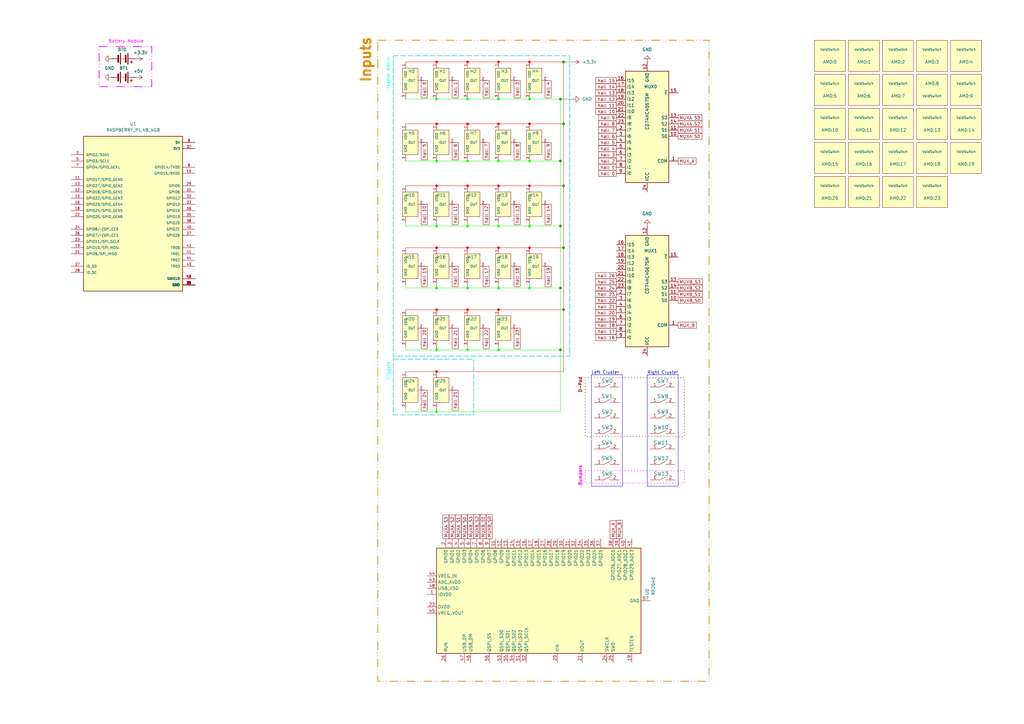
<source format=kicad_sch>
(kicad_sch (version 20230121) (generator eeschema)
  (paper "A3")
  (title_block (title "WaffleTron") (date "2023-08-30") (rev "0") (company "WaffleDemon Technologies"))
  (junction (at 217.17 101.6) (color 255 0 0 1))
  (junction (at 179.07 66.04) (color 0 255 0 1))
  (junction (at 217.17 25.4) (color 255 0 0 1))
  (junction (at 204.47 66.04) (color 0 255 0 1))
  (junction (at 204.47 101.6) (color 255 0 0 1))
  (junction (at 217.17 118.11) (color 0 255 0 1))
  (junction (at 179.07 76.2) (color 255 0 0 1))
  (junction (at 191.77 40.64) (color 0 255 0 1))
  (junction (at 179.07 152.4) (color 255 0 0 1))
  (junction (at 179.07 101.6) (color 255 0 0 1))
  (junction (at 204.47 50.8) (color 255 0 0 1))
  (junction (at 191.77 101.6) (color 255 0 0 1))
  (junction (at 231.14 101.6))
  (junction (at 204.47 118.11) (color 0 255 0 1))
  (junction (at 179.07 92.71) (color 0 255 0 1))
  (junction (at 231.14 127))
  (junction (at 179.07 168.91) (color 0 255 0 1))
  (junction (at 204.47 25.4) (color 255 0 0 1))
  (junction (at 179.07 127) (color 255 0 0 1))
  (junction (at 191.77 76.2) (color 255 0 0 1))
  (junction (at 204.47 92.71) (color 0 255 0 1))
  (junction (at 191.77 66.04) (color 0 255 0 1))
  (junction (at 217.17 66.04) (color 0 255 0 1))
  (junction (at 179.07 143.51) (color 0 255 0 1))
  (junction (at 179.07 25.4) (color 255 0 0 1))
  (junction (at 191.77 118.11) (color 0 255 0 1))
  (junction (at 191.77 50.8) (color 255 0 0 1))
  (junction (at 191.77 25.4) (color 255 0 0 1))
  (junction (at 217.17 40.64) (color 0 255 0 1))
  (junction (at 229.87 66.04))
  (junction (at 217.17 76.2) (color 255 0 0 1))
  (junction (at 231.14 25.4))
  (junction (at 204.47 143.51) (color 0 255 0 1))
  (junction (at 217.17 92.71) (color 0 255 0 1))
  (junction (at 179.07 40.64) (color 0 255 0 1))
  (junction (at 231.14 76.2))
  (junction (at 179.07 50.8) (color 255 0 0 1))
  (junction (at 179.07 118.11) (color 0 255 0 1))
  (junction (at 229.87 92.71))
  (junction (at 229.87 143.51))
  (junction (at 229.87 118.11))
  (junction (at 191.77 92.71) (color 0 255 0 1))
  (junction (at 204.47 76.2) (color 255 0 0 1))
  (junction (at 229.87 40.64))
  (junction (at 204.47 40.64) (color 0 255 0 1))
  (junction (at 191.77 143.51) (color 0 255 0 1))
  (junction (at 231.14 50.8))
  (junction (at 191.77 127) (color 255 0 0 1))
  (junction (at 217.17 50.8) (color 255 0 0 1))
  (junction (at 204.47 127) (color 255 0 0 1))
  (wire (pts (xy 229.87 118.11) (xy 229.87 143.51)) (stroke (width 0) (color 0 255 0 1)))
  (wire (pts (xy 204.47 40.64) (xy 217.17 40.64)) (stroke (width 0) (color 0 255 0 1)))
  (wire (pts (xy 179.07 92.71) (xy 179.07 91.44)))
  (wire (pts (xy 191.77 76.2) (xy 204.47 76.2)) (stroke (width 0) (color 255 0 0 1)))
  (wire (pts (xy 179.07 118.11) (xy 191.77 118.11)) (stroke (width 0) (color 0 255 0 1)))
  (wire (pts (xy 204.47 127) (xy 231.14 127)) (stroke (width 0) (color 255 0 0 1)))
  (wire (pts (xy 204.47 50.8) (xy 217.17 50.8)) (stroke (width 0) (color 255 0 0 1)))
  (wire (pts (xy 231.14 50.8) (xy 231.14 76.2)) (stroke (width 0) (color 255 0 0 1)))
  (wire (pts (xy 179.07 92.71) (xy 191.77 92.71)) (stroke (width 0) (color 0 255 0 1)))
  (wire (pts (xy 166.37 143.51) (xy 179.07 143.51)) (stroke (width 0) (color 0 255 0 1)))
  (wire (pts (xy 229.87 66.04) (xy 229.87 92.71)) (stroke (width 0) (color 0 255 0 1)))
  (wire (pts (xy 204.47 101.6) (xy 217.17 101.6)) (stroke (width 0) (color 255 0 0 1)))
  (wire (pts (xy 179.07 143.51) (xy 179.07 142.24)))
  (wire (pts (xy 217.17 118.11) (xy 229.87 118.11)) (stroke (width 0) (color 0 255 0 1)))
  (wire (pts (xy 179.07 118.11) (xy 179.07 116.84)) (stroke (width 0) (color 0 255 0 1)))
  (wire (pts (xy 191.77 92.71) (xy 191.77 91.44)))
  (wire (pts (xy 179.07 152.4) (xy 231.14 152.4)) (stroke (width 0) (color 255 0 0 1)))
  (wire (pts (xy 217.17 92.71) (xy 217.17 91.44)))
  (wire (pts (xy 166.37 66.04) (xy 179.07 66.04)) (stroke (width 0) (color 0 255 0 1)))
  (wire (pts (xy 166.37 92.71) (xy 179.07 92.71)) (stroke (width 0) (color 0 255 0 1)))
  (wire (pts (xy 191.77 127) (xy 204.47 127)) (stroke (width 0) (color 255 0 0 1)))
  (wire (pts (xy 217.17 40.64) (xy 229.87 40.64)) (stroke (width 0) (color 0 255 0 1)))
  (wire (pts (xy 191.77 118.11) (xy 204.47 118.11)) (stroke (width 0) (color 0 255 0 1)))
  (wire (pts (xy 204.47 118.11) (xy 217.17 118.11)) (stroke (width 0) (color 0 255 0 1)))
  (wire (pts (xy 166.37 168.91) (xy 179.07 168.91)) (stroke (width 0) (color 0 255 0 1)))
  (wire (pts (xy 179.07 76.2) (xy 191.77 76.2)) (stroke (width 0) (color 255 0 0 1)))
  (wire (pts (xy 191.77 66.04) (xy 204.47 66.04)) (stroke (width 0) (color 0 255 0 1)))
  (wire (pts (xy 217.17 76.2) (xy 231.14 76.2)) (stroke (width 0) (color 255 0 0 1)))
  (wire (pts (xy 166.37 50.8) (xy 179.07 50.8)) (stroke (width 0) (color 255 0 0 1)))
  (wire (pts (xy 191.77 50.8) (xy 204.47 50.8)) (stroke (width 0) (color 255 0 0 1)))
  (wire (pts (xy 166.37 143.51) (xy 166.37 142.24)) (stroke (width 0) (color 0 255 0 1)))
  (wire (pts (xy 166.37 92.71) (xy 166.37 91.44)) (stroke (width 0) (color 0 255 0 1)))
  (wire (pts (xy 179.07 168.91) (xy 179.07 167.64)) (stroke (width 0) (color 0 255 0 1)))
  (wire (pts (xy 179.07 92.71) (xy 179.07 91.44)) (stroke (width 0) (color 0 255 0 1)))
  (wire (pts (xy 166.37 152.4) (xy 179.07 152.4)) (stroke (width 0) (color 255 0 0 1)))
  (wire (pts (xy 231.14 101.6) (xy 231.14 127)) (stroke (width 0) (color 255 0 0 1)))
  (wire (pts (xy 179.07 168.91) (xy 179.07 167.64)))
  (wire (pts (xy 166.37 40.64) (xy 179.07 40.64)) (stroke (width 0) (color 0 255 0 1)))
  (wire (pts (xy 179.07 66.04) (xy 191.77 66.04)) (stroke (width 0) (color 0 255 0 1)))
  (wire (pts (xy 179.07 40.64) (xy 191.77 40.64)) (stroke (width 0) (color 0 255 0 1)))
  (wire (pts (xy 234.95 25.4) (xy 231.14 25.4)))
  (wire (pts (xy 217.17 92.71) (xy 229.87 92.71)) (stroke (width 0) (color 0 255 0 1)))
  (wire (pts (xy 191.77 143.51) (xy 191.77 142.24)))
  (wire (pts (xy 231.14 25.4) (xy 231.14 50.8)) (stroke (width 0) (color 255 0 0 1)))
  (wire (pts (xy 166.37 76.2) (xy 179.07 76.2)) (stroke (width 0) (color 255 0 0 1)))
  (wire (pts (xy 166.37 127) (xy 179.07 127)) (stroke (width 0) (color 255 0 0 1)))
  (wire (pts (xy 166.37 118.11) (xy 166.37 116.84)) (stroke (width 0) (color 0 255 0 1)))
  (wire (pts (xy 179.07 143.51) (xy 191.77 143.51)) (stroke (width 0) (color 0 255 0 1)))
  (wire (pts (xy 231.14 127) (xy 231.14 152.4)) (stroke (width 0) (color 255 0 0 1)))
  (wire (pts (xy 179.07 50.8) (xy 191.77 50.8)) (stroke (width 0) (color 255 0 0 1)))
  (wire (pts (xy 191.77 143.51) (xy 204.47 143.51)) (stroke (width 0) (color 0 255 0 1)))
  (wire (pts (xy 179.07 25.4) (xy 191.77 25.4)) (stroke (width 0) (color 255 0 0 1)))
  (wire (pts (xy 204.47 92.71) (xy 204.47 91.44)))
  (wire (pts (xy 179.07 143.51) (xy 179.07 142.24)) (stroke (width 0) (color 0 255 0 1)))
  (wire (pts (xy 179.07 118.11) (xy 179.07 116.84)))
  (wire (pts (xy 191.77 40.64) (xy 204.47 40.64)) (stroke (width 0) (color 0 255 0 1)))
  (wire (pts (xy 231.14 76.2) (xy 231.14 101.6)) (stroke (width 0) (color 255 0 0 1)))
  (wire (pts (xy 204.47 76.2) (xy 217.17 76.2)) (stroke (width 0) (color 255 0 0 1)))
  (wire (pts (xy 166.37 101.6) (xy 179.07 101.6)) (stroke (width 0) (color 255 0 0 1)))
  (wire (pts (xy 204.47 25.4) (xy 217.17 25.4)) (stroke (width 0) (color 255 0 0 1)))
  (wire (pts (xy 229.87 143.51) (xy 229.87 168.91)) (stroke (width 0) (color 0 255 0 1)))
  (wire (pts (xy 204.47 143.51) (xy 204.47 142.24)))
  (wire (pts (xy 191.77 25.4) (xy 204.47 25.4)) (stroke (width 0) (color 255 0 0 1)))
  (wire (pts (xy 166.37 25.4) (xy 179.07 25.4)) (stroke (width 0) (color 255 0 0 1)))
  (wire (pts (xy 191.77 92.71) (xy 204.47 92.71)) (stroke (width 0) (color 0 255 0 1)))
  (wire (pts (xy 217.17 118.11) (xy 217.17 116.84)))
  (wire (pts (xy 166.37 118.11) (xy 179.07 118.11)) (stroke (width 0) (color 0 255 0 1)))
  (wire (pts (xy 179.07 101.6) (xy 191.77 101.6)) (stroke (width 0) (color 255 0 0 1)))
  (wire (pts (xy 217.17 101.6) (xy 231.14 101.6)) (stroke (width 0) (color 255 0 0 1)))
  (wire (pts (xy 217.17 66.04) (xy 229.87 66.04)) (stroke (width 0) (color 0 255 0 1)))
  (wire (pts (xy 204.47 66.04) (xy 217.17 66.04)) (stroke (width 0) (color 0 255 0 1)))
  (wire (pts (xy 217.17 25.4) (xy 231.14 25.4)) (stroke (width 0) (color 255 0 0 1)))
  (wire (pts (xy 234.95 40.64) (xy 229.87 40.64)))
  (wire (pts (xy 217.17 50.8) (xy 231.14 50.8)) (stroke (width 0) (color 255 0 0 1)))
  (wire (pts (xy 229.87 92.71) (xy 229.87 118.11)) (stroke (width 0) (color 0 255 0 1)))
  (wire (pts (xy 166.37 168.91) (xy 166.37 167.64)) (stroke (width 0) (color 0 255 0 1)))
  (wire (pts (xy 191.77 118.11) (xy 191.77 116.84)))
  (wire (pts (xy 204.47 143.51) (xy 229.87 143.51)) (stroke (width 0) (color 0 255 0 1)))
  (wire (pts (xy 204.47 92.71) (xy 217.17 92.71)) (stroke (width 0) (color 0 255 0 1)))
  (wire (pts (xy 179.07 168.91) (xy 229.87 168.91)) (stroke (width 0) (color 0 255 0 1)))
  (wire (pts (xy 179.07 127) (xy 191.77 127)) (stroke (width 0) (color 255 0 0 1)))
  (wire (pts (xy 229.87 40.64) (xy 229.87 66.04)) (stroke (width 0) (color 0 255 0 1)))
  (wire (pts (xy 191.77 101.6) (xy 204.47 101.6)) (stroke (width 0) (color 255 0 0 1)))
  (wire (pts (xy 204.47 118.11) (xy 204.47 116.84)))
  (rectangle (start 161.29 147.32) (end 194.31 170.18) (stroke (width 0.2) (type dash) (color 0 194 194 1)))
  (rectangle (start 240.03 180.34) (end 280.67 191.77) (stroke (width 0.3) (type dot) (color 255 255 255 1)))
  (rectangle (start 154.94 16.51) (end 290.83 279.4) (stroke (width 0.3) (type dash_dot_dot) (color 221 133 0 1)))
  (rectangle (start 40.64 19.05) (end 62.23 35.56) (stroke (width 0.3) (type dash_dot_dot) (color 255 0 255 1)))
  (rectangle (start 265.43 153.67) (end 278.13 199.39))
  (rectangle (start 242.57 153.67) (end 255.27 199.39))
  (rectangle (start 161.29 22.86) (end 233.68 146.05) (stroke (width 0.2) (type dash) (color 0 194 194 1)))
  (rectangle (start 240.03 154.94) (end 280.67 179.07) (stroke (width 0.3) (type dot) (color 194 0 0 1)))
  (rectangle (start 240.03 193.04) (end 280.67 198.12) (stroke (width 0.3) (type dot) (color 255 0 255 1)))
  (text "Inputs" (at 152.4 34.29 90) (effects (font (size 4 4) (thickness 0.8) bold) (justify left bottom)))
  (text "D-Pad" (at 238.76 161.29 90) (effects (font (size 1.27 1.27) (thickness 0.254) bold) (justify left bottom)))
  (text "TeaHor Matrix" (at 160.02 36.83 90) (effects (font (size 1.27 1.27)) (justify left bottom)))
  (text "Right Cluster" (at 265.43 153.67 0) (effects (font (size 1.27 1.27)) (justify left bottom)))
  (text "Bumpers" (at 238.76 199.39 90) (effects (font (size 1.27 1.27) (thickness 0.254) bold) (justify left bottom)))
  (text "Left Cluster" (at 242.57 153.67 0) (effects (font (size 1.27 1.27)) (justify left bottom)))
  (text "Triggers\n" (at 160.02 156.21 90) (effects (font (size 1.27 1.27)) (justify left bottom)))
  (text "Menu" (at 238.76 185.42 90) (effects (font (size 1.27 1.27) (thickness 0.254) bold) (justify left bottom)))
  (text "Battery Module\n" (at 44.45 17.78 0) (effects (font (size 1.27 1.27)) (justify left bottom)))
  (global_label "hall 15" (shape passive) (at 252.73 33.02 180) (property "Intersheetrefs" "${INTERSHEET_REFS}" (effects hide)))
  (global_label "hall 3" (shape passive) (at 212.09 33.02 270) (property "Intersheetrefs" "${INTERSHEET_REFS}" (effects hide)))
  (global_label "hall 18" (shape passive) (at 252.73 133.35 180) (property "Intersheetrefs" "${INTERSHEET_REFS}" (effects hide)))
  (global_label "hall 14" (shape passive) (at 224.79 83.82 270) (property "Intersheetrefs" "${INTERSHEET_REFS}" (effects hide)))
  (global_label "hall 24" (shape passive) (at 252.73 118.11 180) (property "Intersheetrefs" "${INTERSHEET_REFS}" (effects hide)))
  (global_label "MUXB_S2" (shape passive) (at 278.13 118.11 0) (property "Intersheetrefs" "${INTERSHEET_REFS}" (effects hide)))
  (global_label "hall 0" (shape passive) (at 173.99 33.02 270) (property "Intersheetrefs" "${INTERSHEET_REFS}" (effects hide)))
  (global_label "hall 4" (shape passive) (at 224.79 33.02 270) (property "Intersheetrefs" "${INTERSHEET_REFS}" (effects hide)))
  (global_label "hall 21" (shape passive) (at 252.73 125.73 180) (property "Intersheetrefs" "${INTERSHEET_REFS}" (effects hide)))
  (global_label "hall 10" (shape passive) (at 252.73 45.72 180) (property "Intersheetrefs" "${INTERSHEET_REFS}" (effects hide)))
  (global_label "MUX_B" (shape passive) (at 254 220.98 90) (property "Intersheetrefs" "${INTERSHEET_REFS}" (effects hide)))
  (global_label "hall 0" (shape passive) (at 252.73 71.12 180) (property "Intersheetrefs" "${INTERSHEET_REFS}" (effects hide)))
  (global_label "hall 14" (shape passive) (at 252.73 35.56 180) (property "Intersheetrefs" "${INTERSHEET_REFS}" (effects hide)))
  (global_label "MUXB_S2" (shape passive) (at 195.58 220.98 90) (property "Intersheetrefs" "${INTERSHEET_REFS}" (effects hide)))
  (global_label "hall 22" (shape passive) (at 252.73 123.19 180) (property "Intersheetrefs" "${INTERSHEET_REFS}" (effects hide)))
  (global_label "hall 18" (shape passive) (at 212.09 109.22 270) (property "Intersheetrefs" "${INTERSHEET_REFS}" (effects hide)))
  (global_label "hall 16" (shape passive) (at 186.69 109.22 270) (property "Intersheetrefs" "${INTERSHEET_REFS}" (effects hide)))
  (global_label "hall 17" (shape passive) (at 199.39 109.22 270) (property "Intersheetrefs" "${INTERSHEET_REFS}" (effects hide)))
  (global_label "hall 8" (shape passive) (at 252.73 50.8 180) (property "Intersheetrefs" "${INTERSHEET_REFS}" (effects hide)))
  (global_label "MUXB_S3" (shape passive) (at 278.13 115.57 0) (property "Intersheetrefs" "${INTERSHEET_REFS}" (effects hide)))
  (global_label "MUXA S1" (shape passive) (at 187.96 220.98 90) (property "Intersheetrefs" "${INTERSHEET_REFS}" (effects hide)))
  (global_label "hall 26" (shape passive) (at 252.73 113.03 180) (property "Intersheetrefs" "${INTERSHEET_REFS}" (effects hide)))
  (global_label "MUXA S3" (shape passive) (at 182.88 220.98 90) (property "Intersheetrefs" "${INTERSHEET_REFS}" (effects hide)))
  (global_label "MUXB_S0" (shape passive) (at 278.13 123.19 0) (property "Intersheetrefs" "${INTERSHEET_REFS}" (effects hide)))
  (global_label "hall 6" (shape passive) (at 252.73 55.88 180) (property "Intersheetrefs" "${INTERSHEET_REFS}" (effects hide)))
  (global_label "hall 21" (shape passive) (at 186.69 134.62 270) (property "Intersheetrefs" "${INTERSHEET_REFS}" (effects hide)))
  (global_label "hall 20" (shape passive) (at 252.73 128.27 180) (property "Intersheetrefs" "${INTERSHEET_REFS}" (effects hide)))
  (global_label "hall 20" (shape passive) (at 173.99 134.62 270) (property "Intersheetrefs" "${INTERSHEET_REFS}" (effects hide)))
  (global_label "hall 17" (shape passive) (at 252.73 135.89 180) (property "Intersheetrefs" "${INTERSHEET_REFS}" (effects hide)))
  (global_label "hall 7" (shape passive) (at 252.73 53.34 180) (property "Intersheetrefs" "${INTERSHEET_REFS}" (effects hide)))
  (global_label "hall 19" (shape passive) (at 224.79 109.22 270) (property "Intersheetrefs" "${INTERSHEET_REFS}" (effects hide)))
  (global_label "hall 22" (shape passive) (at 199.39 134.62 270) (property "Intersheetrefs" "${INTERSHEET_REFS}" (effects hide)))
  (global_label "hall 23" (shape passive) (at 252.73 120.65 180) (property "Intersheetrefs" "${INTERSHEET_REFS}" (effects hide)))
  (global_label "MUXA S1" (shape passive) (at 278.13 53.34 0) (property "Intersheetrefs" "${INTERSHEET_REFS}" (effects hide)))
  (global_label "MUX_A" (shape passive) (at 278.13 66.04 0) (property "Intersheetrefs" "${INTERSHEET_REFS}" (effects hide)))
  (global_label "MUX_B" (shape passive) (at 278.13 133.35 0) (property "Intersheetrefs" "${INTERSHEET_REFS}" (effects hide)))
  (global_label "MUXB_S1" (shape passive) (at 198.12 220.98 90) (property "Intersheetrefs" "${INTERSHEET_REFS}" (effects hide)))
  (global_label "hall 23" (shape passive) (at 212.09 134.62 270) (property "Intersheetrefs" "${INTERSHEET_REFS}" (effects hide)))
  (global_label "MUXA S0" (shape passive) (at 190.5 220.98 90) (property "Intersheetrefs" "${INTERSHEET_REFS}" (effects hide)))
  (global_label "hall 5" (shape passive) (at 173.99 58.42 270) (property "Intersheetrefs" "${INTERSHEET_REFS}" (effects hide)))
  (global_label "MUXA S0" (shape passive) (at 278.13 55.88 0) (property "Intersheetrefs" "${INTERSHEET_REFS}" (effects hide)))
  (global_label "hall 8" (shape passive) (at 212.09 58.42 270) (property "Intersheetrefs" "${INTERSHEET_REFS}" (effects hide)))
  (global_label "hall 9" (shape passive) (at 252.73 48.26 180) (property "Intersheetrefs" "${INTERSHEET_REFS}" (effects hide)))
  (global_label "MUX_A" (shape passive) (at 251.46 220.98 90) (property "Intersheetrefs" "${INTERSHEET_REFS}" (effects hide)))
  (global_label "MUXB_S1" (shape passive) (at 278.13 120.65 0) (property "Intersheetrefs" "${INTERSHEET_REFS}" (effects hide)))
  (global_label "hall 1" (shape passive) (at 252.73 68.58 180) (property "Intersheetrefs" "${INTERSHEET_REFS}" (effects hide)))
  (global_label "hall 13" (shape passive) (at 252.73 38.1 180) (property "Intersheetrefs" "${INTERSHEET_REFS}" (effects hide)))
  (global_label "MUXA S3" (shape passive) (at 278.13 48.26 0) (property "Intersheetrefs" "${INTERSHEET_REFS}" (effects hide)))
  (global_label "hall 11" (shape passive) (at 186.69 83.82 270) (property "Intersheetrefs" "${INTERSHEET_REFS}" (effects hide)))
  (global_label "hall 13" (shape passive) (at 212.09 83.82 270) (property "Intersheetrefs" "${INTERSHEET_REFS}" (effects hide)))
  (global_label "MUXB_S3" (shape passive) (at 193.04 220.98 90) (property "Intersheetrefs" "${INTERSHEET_REFS}" (effects hide)))
  (global_label "hall 7" (shape passive) (at 199.39 58.42 270) (property "Intersheetrefs" "${INTERSHEET_REFS}" (effects hide)))
  (global_label "MUXA S2" (shape passive) (at 185.42 220.98 90) (property "Intersheetrefs" "${INTERSHEET_REFS}" (effects hide)))
  (global_label "MUXB_S0" (shape passive) (at 200.66 220.98 90) (property "Intersheetrefs" "${INTERSHEET_REFS}" (effects hide)))
  (global_label "hall 2" (shape passive) (at 199.39 33.02 270) (property "Intersheetrefs" "${INTERSHEET_REFS}" (effects hide)))
  (global_label "hall 4" (shape passive) (at 252.73 60.96 180) (property "Intersheetrefs" "${INTERSHEET_REFS}" (effects hide)))
  (global_label "hall 16" (shape passive) (at 252.73 138.43 180) (property "Intersheetrefs" "${INTERSHEET_REFS}" (effects hide)))
  (global_label "hall 3" (shape passive) (at 252.73 63.5 180) (property "Intersheetrefs" "${INTERSHEET_REFS}" (effects hide)))
  (global_label "hall 25" (shape passive) (at 186.69 160.02 270) (property "Intersheetrefs" "${INTERSHEET_REFS}" (effects hide)))
  (global_label "hall 25" (shape passive) (at 252.73 115.57 180) (property "Intersheetrefs" "${INTERSHEET_REFS}" (effects hide)))
  (global_label "hall 2" (shape passive) (at 252.73 66.04 180) (property "Intersheetrefs" "${INTERSHEET_REFS}" (effects hide)))
  (global_label "MUXA S2" (shape passive) (at 278.13 50.8 0) (property "Intersheetrefs" "${INTERSHEET_REFS}" (effects hide)))
  (global_label "hall 5" (shape passive) (at 252.73 58.42 180) (property "Intersheetrefs" "${INTERSHEET_REFS}" (effects hide)))
  (global_label "hall 24" (shape passive) (at 173.99 160.02 270) (property "Intersheetrefs" "${INTERSHEET_REFS}" (effects hide)))
  (global_label "hall 12" (shape passive) (at 199.39 83.82 270) (property "Intersheetrefs" "${INTERSHEET_REFS}" (effects hide)))
  (global_label "hall 19" (shape passive) (at 252.73 130.81 180) (property "Intersheetrefs" "${INTERSHEET_REFS}" (effects hide)))
  (global_label "hall 15" (shape passive) (at 173.99 109.22 270) (property "Intersheetrefs" "${INTERSHEET_REFS}" (effects hide)))
  (global_label "hall 11" (shape passive) (at 252.73 43.18 180) (property "Intersheetrefs" "${INTERSHEET_REFS}" (effects hide)))
  (global_label "hall 10" (shape passive) (at 173.99 83.82 270) (property "Intersheetrefs" "${INTERSHEET_REFS}" (effects hide)))
  (global_label "hall 12" (shape passive) (at 252.73 40.64 180) (property "Intersheetrefs" "${INTERSHEET_REFS}" (effects hide)))
  (global_label "hall 9" (shape passive) (at 224.79 58.42 270) (property "Intersheetrefs" "${INTERSHEET_REFS}" (effects hide)))
  (global_label "hall 1" (shape passive) (at 186.69 33.02 270) (property "Intersheetrefs" "${INTERSHEET_REFS}" (effects hide)))
  (global_label "hall 6" (shape passive) (at 186.69 58.42 270) (property "Intersheetrefs" "${INTERSHEET_REFS}" (effects hide)))
  (symbol (lib_id "49e:Hall_Sensor") (at 181.61 33.02 0) (unit 1)
    (property "Reference" "H1" (at 182.88 29.21 0) (effects (justify right)))
    (property "Value" "Hall_Sensor" (effects hide))
    (property "Footprint" "Package_TO_SOT_SMD:SOT-23" (effects hide))
    (property "LCSC Part" "C266230" (effects hide))
    (property "MPN" "GH39FKSW" (effects hide))
    (property "Notes" "Alternate part: OH49E-S (C85573)" (effects hide))
  )
  (symbol (lib_id "49e:Hall_Sensor") (at 219.71 83.82 0) (unit 1)
    (property "Reference" "H14" (at 220.98 80.01 0) (effects (justify right)))
    (property "Value" "Hall_Sensor" (effects hide))
    (property "Footprint" "Package_TO_SOT_SMD:SOT-23" (effects hide))
    (property "LCSC Part" "C266230" (effects hide))
    (property "MPN" "GH39FKSW" (effects hide))
    (property "Notes" "Alternate part: OH49E-S (C85573)" (effects hide))
  )
  (symbol (lib_id "voidswitch:VoidSwitch") (at 368.3 22.86 0) (unit 1) (in_bom no)
    (property "Reference" "AM0:2" (at 368.3 25.4 0))
    (property "Value" "VoidSwitch" (at 368.3 20.32 0) (effects (font (size 0.9906 0.9906))))
    (property "Footprint" "void_switch:VoidSwitch_1u_SMD" (effects hide))
    (property "NOTE" "Replace \"AM0:0\" with the actual MUX pin" (effects hide))
  )
  (symbol (lib_id "49e:Hall_Sensor") (at 219.71 33.02 0) (unit 1)
    (property "Reference" "H4" (at 220.98 29.21 0) (effects (justify right)))
    (property "Value" "Hall_Sensor" (effects hide))
    (property "Footprint" "Package_TO_SOT_SMD:SOT-23" (effects hide))
    (property "LCSC Part" "C266230" (effects hide))
    (property "MPN" "GH39FKSW" (effects hide))
    (property "Notes" "Alternate part: OH49E-S (C85573)" (effects hide))
  )
  (symbol (lib_id "49e:Hall_Sensor") (at 181.61 134.62 0) (unit 1)
    (property "Reference" "H21" (at 182.88 130.81 0) (effects (justify right)))
    (property "Value" "Hall_Sensor" (effects hide))
    (property "Footprint" "Package_TO_SOT_SMD:SOT-23" (effects hide))
    (property "LCSC Part" "C266230" (effects hide))
    (property "MPN" "GH39FKSW" (effects hide))
    (property "Notes" "Alternate part: OH49E-S (C85573)" (effects hide))
  )
  (symbol (lib_id "voidswitch:VoidSwitch") (at 396.24 64.77 0) (unit 1) (in_bom no)
    (property "Reference" "AM0:19" (at 396.24 67.31 0))
    (property "Value" "VoidSwitch" (at 396.24 62.23 0) (effects (font (size 0.9906 0.9906))))
    (property "Footprint" "void_switch:VoidSwitch_1u_SMD" (effects hide))
    (property "NOTE" "Replace \"AM0:0\" with the actual MUX pin" (effects hide))
  )
  (symbol (lib_id "sw_withled:SWITCH") (at 248.92 177.8 0) (unit 1)
    (property "Reference" "SW3" (at 251.46 175.26 0) (effects (font (size 1.524 1.524)) (justify right)))
    (property "Value" "SWITCH" (effects hide))
  )
  (symbol (lib_id "sw_withled:SWITCH") (at 271.78 190.5 0) (unit 1)
    (property "Reference" "SW12" (at 274.32 187.96 0) (effects (font (size 1.524 1.524)) (justify right)))
    (property "Value" "SWITCH" (effects hide))
  )
  (symbol (lib_id "voidswitch:VoidSwitch") (at 382.27 36.83 180) (unit 1) (in_bom no)
    (property "Reference" "AM0:8" (at 382.27 34.29 0))
    (property "Value" "VoidSwitch" (at 382.27 39.37 0) (effects (font (size 0.9906 0.9906))))
    (property "Footprint" "void_switch:VoidSwitch_1u_SMD" (effects hide))
    (property "NOTE" "Replace \"AM0:0\" with the actual MUX pin" (effects hide))
  )
  (symbol (lib_id "Device:Battery") (at 50.8 31.75 270) (unit 1)
    (property "Reference" "BT1" (at 50.8 27.94 90))
    (property "Value" "Battery" (effects hide))
  )
  (symbol (lib_id "74xx:CD74HC4067SM") (at 265.43 53.34 180) (unit 1)
    (property "Reference" "MUX0" (at 264.16 35.56 0) (effects (justify right)))
    (property "Value" "CD74HC4067SM" (at 265.43 53.34 90) (effects (justify right)))
    (property "Footprint" "Package_SO:SSOP-24_5.3x8.2mm_P0.65mm" (effects hide))
    (property "Datasheet" "http://www.ti.com/lit/ds/symlink/cd74hc4067.pdf" (effects hide))
  )
  (symbol (lib_id "sw_withled:SWITCH") (at 248.92 190.5 0) (unit 1)
    (property "Reference" "SW5" (at 251.46 187.96 0) (effects (font (size 1.524 1.524)) (justify right)))
    (property "Value" "SWITCH" (effects hide))
  )
  (symbol (lib_id "power:GND") (at 265.43 92.71 180) (unit 1)
    (property "Reference" "#PWR03" (effects hide))
    (property "Value" "GND" (at 265.43 87.63 0))
  )
  (symbol (lib_id "sw_withled:SWITCH") (at 248.92 165.1 0) (unit 1)
    (property "Reference" "SW1" (at 251.46 162.56 0) (effects (font (size 1.524 1.524)) (justify right)))
    (property "Value" "SWITCH" (effects hide))
  )
  (symbol (lib_id "power:GND") (at 45.72 31.75 270) (unit 1)
    (property "Reference" "#PWR07" (effects hide))
    (property "Value" "GND" (effects hide))
  )
  (symbol (lib_id "voidswitch:VoidSwitch") (at 382.27 22.86 0) (unit 1) (in_bom no)
    (property "Reference" "AM0:3" (at 382.27 25.4 0))
    (property "Value" "VoidSwitch" (at 382.27 20.32 0) (effects (font (size 0.9906 0.9906))))
    (property "Footprint" "void_switch:VoidSwitch_1u_SMD" (effects hide))
    (property "NOTE" "Replace \"AM0:0\" with the actual MUX pin" (effects hide))
  )
  (symbol (lib_id "74xx:CD74HC4067SM") (at 265.43 120.65 180) (unit 1)
    (property "Reference" "MUX1" (at 264.16 102.87 0) (effects (justify right)))
    (property "Value" "CD74HC4067SM" (at 265.43 120.65 90) (effects (justify right)))
    (property "Footprint" "Package_SO:SSOP-24_5.3x8.2mm_P0.65mm" (effects hide))
    (property "Datasheet" "http://www.ti.com/lit/ds/symlink/cd74hc4067.pdf" (effects hide))
  )
  (symbol (lib_id "49e:Hall_Sensor") (at 207.01 58.42 0) (unit 1)
    (property "Reference" "H8" (at 208.28 54.61 0) (effects (justify right)))
    (property "Value" "Hall_Sensor" (effects hide))
    (property "Footprint" "Package_TO_SOT_SMD:SOT-23" (effects hide))
    (property "LCSC Part" "C266230" (effects hide))
    (property "MPN" "GH39FKSW" (effects hide))
    (property "Notes" "Alternate part: OH49E-S (C85573)" (effects hide))
  )
  (symbol (lib_id "voidswitch:VoidSwitch") (at 368.3 36.83 0) (unit 1) (in_bom no)
    (property "Reference" "AM0:7" (at 368.3 39.37 0))
    (property "Value" "VoidSwitch" (at 368.3 34.29 0) (effects (font (size 0.9906 0.9906))))
    (property "Footprint" "void_switch:VoidSwitch_1u_SMD" (effects hide))
    (property "NOTE" "Replace \"AM0:0\" with the actual MUX pin" (effects hide))
  )
  (symbol (lib_id "voidswitch:VoidSwitch") (at 368.3 50.8 0) (unit 1) (in_bom no)
    (property "Reference" "AM0:12" (at 368.3 53.34 0))
    (property "Value" "VoidSwitch" (at 368.3 48.26 0) (effects (font (size 0.9906 0.9906))))
    (property "Footprint" "void_switch:VoidSwitch_1u_SMD" (effects hide))
    (property "NOTE" "Replace \"AM0:0\" with the actual MUX pin" (effects hide))
  )
  (symbol (lib_id "sw_withled:SWITCH") (at 248.92 196.85 0) (unit 1)
    (property "Reference" "SW6" (at 251.46 194.31 0) (effects (font (size 1.524 1.524)) (justify right)))
    (property "Value" "SWITCH" (effects hide))
  )
  (symbol (lib_id "power:GND") (at 234.95 40.64 90) (unit 1)
    (property "Reference" "#PWR01" (effects hide))
    (property "Value" "GND" (at 238.76 40.64 90) (effects (justify right)))
  )
  (symbol (lib_id "49e:Hall_Sensor") (at 219.71 58.42 0) (unit 1)
    (property "Reference" "H9" (at 220.98 54.61 0) (effects (justify right)))
    (property "Value" "Hall_Sensor" (effects hide))
    (property "Footprint" "Package_TO_SOT_SMD:SOT-23" (effects hide))
    (property "LCSC Part" "C266230" (effects hide))
    (property "MPN" "GH39FKSW" (effects hide))
    (property "Notes" "Alternate part: OH49E-S (C85573)" (effects hide))
  )
  (symbol (lib_id "sw_withled:SWITCH") (at 271.78 158.75 0) (unit 1)
    (property "Reference" "SW7" (at 274.32 156.21 0) (effects (font (size 1.524 1.524)) (justify right)))
    (property "Value" "SWITCH" (effects hide))
  )
  (symbol (lib_id "49e:Hall_Sensor") (at 207.01 134.62 0) (unit 1)
    (property "Reference" "H23" (at 208.28 130.81 0) (effects (justify right)))
    (property "Value" "Hall_Sensor" (effects hide))
    (property "Footprint" "Package_TO_SOT_SMD:SOT-23" (effects hide))
    (property "LCSC Part" "C266230" (effects hide))
    (property "MPN" "GH39FKSW" (effects hide))
    (property "Notes" "Alternate part: OH49E-S (C85573)" (effects hide))
  )
  (symbol (lib_id "voidswitch:VoidSwitch") (at 382.27 50.8 0) (unit 1) (in_bom no)
    (property "Reference" "AM0:13" (at 382.27 53.34 0))
    (property "Value" "VoidSwitch" (at 382.27 48.26 0) (effects (font (size 0.9906 0.9906))))
    (property "Footprint" "void_switch:VoidSwitch_1u_SMD" (effects hide))
    (property "NOTE" "Replace \"AM0:0\" with the actual MUX pin" (effects hide))
  )
  (symbol (lib_id "power:+5V") (at 55.88 31.75 270) (unit 1)
    (property "Reference" "#PWR05" (effects hide))
    (property "Value" "+5V" (at 54.61 29.21 90) (effects (justify left)))
  )
  (symbol (lib_id "49e:Hall_Sensor") (at 207.01 109.22 0) (unit 1)
    (property "Reference" "H18" (at 208.28 105.41 0) (effects (justify right)))
    (property "Value" "Hall_Sensor" (effects hide))
    (property "Footprint" "Package_TO_SOT_SMD:SOT-23" (effects hide))
    (property "LCSC Part" "C266230" (effects hide))
    (property "MPN" "GH39FKSW" (effects hide))
    (property "Notes" "Alternate part: OH49E-S (C85573)" (effects hide))
  )
  (symbol (lib_id "voidswitch:VoidSwitch") (at 340.36 50.8 0) (unit 1) (in_bom no)
    (property "Reference" "AM0:10" (at 340.36 53.34 0))
    (property "Value" "VoidSwitch" (at 340.36 48.26 0) (effects (font (size 0.9906 0.9906))))
    (property "Footprint" "void_switch:VoidSwitch_1u_SMD" (effects hide))
    (property "NOTE" "Replace \"AM0:0\" with the actual MUX pin" (effects hide))
  )
  (symbol (lib_id "voidswitch:VoidSwitch") (at 354.33 22.86 0) (unit 1) (in_bom no)
    (property "Reference" "AM0:1" (at 354.33 25.4 0))
    (property "Value" "VoidSwitch" (at 354.33 20.32 0) (effects (font (size 0.9906 0.9906))))
    (property "Footprint" "void_switch:VoidSwitch_1u_SMD" (effects hide))
    (property "NOTE" "Replace \"AM0:0\" with the actual MUX pin" (effects hide))
  )
  (symbol (lib_id "power:+3.3V") (at 55.88 24.13 270) (unit 1)
    (property "Reference" "#PWR04" (effects hide))
    (property "Value" "+3.3V" (at 54.61 21.59 90) (effects (justify left)))
  )
  (symbol (lib_id "49e:Hall_Sensor") (at 207.01 33.02 0) (unit 1)
    (property "Reference" "H3" (at 208.28 29.21 0) (effects (justify right)))
    (property "Value" "Hall_Sensor" (effects hide))
    (property "Footprint" "Package_TO_SOT_SMD:SOT-23" (effects hide))
    (property "LCSC Part" "C266230" (effects hide))
    (property "MPN" "GH39FKSW" (effects hide))
    (property "Notes" "Alternate part: OH49E-S (C85573)" (effects hide))
  )
  (symbol (lib_id "voidswitch:VoidSwitch") (at 340.36 64.77 0) (unit 1) (in_bom no)
    (property "Reference" "AM0:15" (at 340.36 67.31 0))
    (property "Value" "VoidSwitch" (at 340.36 62.23 0) (effects (font (size 0.9906 0.9906))))
    (property "Footprint" "void_switch:VoidSwitch_1u_SMD" (effects hide))
    (property "NOTE" "Replace \"AM0:0\" with the actual MUX pin" (effects hide))
  )
  (symbol (lib_id "voidswitch:VoidSwitch") (at 354.33 78.74 0) (unit 1) (in_bom no)
    (property "Reference" "AM0:21" (at 354.33 81.28 0))
    (property "Value" "VoidSwitch" (at 354.33 76.2 0) (effects (font (size 0.9906 0.9906))))
    (property "Footprint" "void_switch:VoidSwitch_1u_SMD" (effects hide))
    (property "NOTE" "Replace \"AM0:0\" with the actual MUX pin" (effects hide))
  )
  (symbol (lib_id "voidswitch:VoidSwitch") (at 382.27 64.77 0) (unit 1) (in_bom no)
    (property "Reference" "AM0:18" (at 382.27 67.31 0))
    (property "Value" "VoidSwitch" (at 382.27 62.23 0) (effects (font (size 0.9906 0.9906))))
    (property "Footprint" "void_switch:VoidSwitch_1u_SMD" (effects hide))
    (property "NOTE" "Replace \"AM0:0\" with the actual MUX pin" (effects hide))
  )
  (symbol (lib_id "voidswitch:VoidSwitch") (at 340.36 22.86 0) (unit 1) (in_bom no)
    (property "Reference" "AM0:0" (at 340.36 25.4 0))
    (property "Value" "VoidSwitch" (at 340.36 20.32 0) (effects (font (size 0.9906 0.9906))))
    (property "Footprint" "void_switch:VoidSwitch_1u_SMD" (effects hide))
    (property "NOTE" "Replace \"AM0:0\" with the actual MUX pin" (effects hide))
  )
  (symbol (lib_id "voidswitch:VoidSwitch") (at 354.33 50.8 0) (unit 1) (in_bom no)
    (property "Reference" "AM0:11" (at 354.33 53.34 0))
    (property "Value" "VoidSwitch" (at 354.33 48.26 0) (effects (font (size 0.9906 0.9906))))
    (property "Footprint" "void_switch:VoidSwitch_1u_SMD" (effects hide))
    (property "NOTE" "Replace \"AM0:0\" with the actual MUX pin" (effects hide))
  )
  (symbol (lib_id "sw_withled:SWITCH") (at 271.78 177.8 0) (unit 1)
    (property "Reference" "SW10" (at 274.32 175.26 0) (effects (font (size 1.524 1.524)) (justify right)))
    (property "Value" "SWITCH" (effects hide))
  )
  (symbol (lib_id "49e:Hall_Sensor") (at 194.31 33.02 0) (unit 1)
    (property "Reference" "H2" (at 195.58 29.21 0) (effects (justify right)))
    (property "Value" "Hall_Sensor" (effects hide))
    (property "Footprint" "Package_TO_SOT_SMD:SOT-23" (effects hide))
    (property "LCSC Part" "C266230" (effects hide))
    (property "MPN" "GH39FKSW" (effects hide))
    (property "Notes" "Alternate part: OH49E-S (C85573)" (effects hide))
  )
  (symbol (lib_id "voidswitch:VoidSwitch") (at 340.36 36.83 0) (unit 1) (in_bom no)
    (property "Reference" "AM0:5" (at 340.36 39.37 0))
    (property "Value" "VoidSwitch" (at 340.36 34.29 0) (effects (font (size 0.9906 0.9906))))
    (property "Footprint" "void_switch:VoidSwitch_1u_SMD" (effects hide))
    (property "NOTE" "Replace \"AM0:0\" with the actual MUX pin" (effects hide))
  )
  (symbol (lib_id "49e:Hall_Sensor") (at 168.91 109.22 0) (unit 1)
    (property "Reference" "H15" (at 170.18 105.41 0) (effects (justify right)))
    (property "Value" "Hall_Sensor" (effects hide))
    (property "Footprint" "Package_TO_SOT_SMD:SOT-23" (effects hide))
    (property "LCSC Part" "C266230" (effects hide))
    (property "MPN" "GH39FKSW" (effects hide))
    (property "Notes" "Alternate part: OH49E-S (C85573)" (effects hide))
  )
  (symbol (lib_id "voidswitch:VoidSwitch") (at 354.33 64.77 0) (unit 1) (in_bom no)
    (property "Reference" "AM0:16" (at 354.33 67.31 0))
    (property "Value" "VoidSwitch" (at 354.33 62.23 0) (effects (font (size 0.9906 0.9906))))
    (property "Footprint" "void_switch:VoidSwitch_1u_SMD" (effects hide))
    (property "NOTE" "Replace \"AM0:0\" with the actual MUX pin" (effects hide))
  )
  (symbol (lib_id "49e:Hall_Sensor") (at 194.31 134.62 0) (unit 1)
    (property "Reference" "H22" (at 195.58 130.81 0) (effects (justify right)))
    (property "Value" "Hall_Sensor" (effects hide))
    (property "Footprint" "Package_TO_SOT_SMD:SOT-23" (effects hide))
    (property "LCSC Part" "C266230" (effects hide))
    (property "MPN" "GH39FKSW" (effects hide))
    (property "Notes" "Alternate part: OH49E-S (C85573)" (effects hide))
  )
  (symbol (lib_id "voidswitch:VoidSwitch") (at 396.24 50.8 0) (unit 1) (in_bom no)
    (property "Reference" "AM0:14" (at 396.24 53.34 0))
    (property "Value" "VoidSwitch" (at 396.24 48.26 0) (effects (font (size 0.9906 0.9906))))
    (property "Footprint" "void_switch:VoidSwitch_1u_SMD" (effects hide))
    (property "NOTE" "Replace \"AM0:0\" with the actual MUX pin" (effects hide))
  )
  (symbol (lib_id "Device:Battery") (at 50.8 24.13 270) (unit 1)
    (property "Reference" "BT0" (at 48.26 20.32 90) (effects (justify left)))
    (property "Value" "Battery" (effects hide))
  )
  (symbol (lib_id "RASPBERRY_PI_4B_4GB:RASPBERRY_PI_4B_4GB") (at 54.61 88.9 0) (unit 1)
    (property "Reference" "U1" (at 54.61 50.8 0))
    (property "Value" "RASPBERRY_PI_4B_4GB" (at 54.61 53.34 0))
    (property "Footprint" "RASPBERRY_PI_4B_4GB:MODULE_RASPBERRY_PI_4B_4GB" (effects hide))
    (property "MF" "Raspberry Pi" (effects hide))
    (property "MAXIMUM_PACKAGE_HEIGHT" "16 mm" (effects hide))
    (property "Package" "None" (effects hide))
    (property "Price" "None" (effects hide))
    (property "Check_prices" "https://www.snapeda.com/parts/RASPBERRY%20PI%204B/4GB/Raspberry+Pi/view-part/?ref=eda" (effects hide))
    (property "STANDARD" "Manufacturer Recommendations" (effects hide))
    (property "PARTREV" "4" (effects hide))
    (property "SnapEDA_Link" "https://www.snapeda.com/parts/RASPBERRY%20PI%204B/4GB/Raspberry+Pi/view-part/?ref=snap" (effects hide))
    (property "MP" "RASPBERRY PI 4B/4GB" (effects hide))
    (property "Description" "\nBCM2711 Raspberry Pi 4 Model B 4GB - ARM® Cortex®-A72 MPU Embedded Evaluation Board\n" (effects hide))
    (property "MANUFACTURER" "Raspberry Pi" (effects hide))
    (property "Availability" "Not in stock" (effects hide))
    (property "SNAPEDA_PN" "RASPBERRY PI 4B/4GB" (effects hide))
  )
  (symbol (lib_id "49e:Hall_Sensor") (at 168.91 134.62 0) (unit 1)
    (property "Reference" "H20" (at 170.18 130.81 0) (effects (justify right)))
    (property "Value" "Hall_Sensor" (effects hide))
    (property "Footprint" "Package_TO_SOT_SMD:SOT-23" (effects hide))
    (property "LCSC Part" "C266230" (effects hide))
    (property "MPN" "GH39FKSW" (effects hide))
    (property "Notes" "Alternate part: OH49E-S (C85573)" (effects hide))
  )
  (symbol (lib_id "49e:Hall_Sensor") (at 168.91 58.42 0) (unit 1)
    (property "Reference" "H5" (at 170.18 54.61 0) (effects (justify right)))
    (property "Value" "Hall_Sensor" (effects hide))
    (property "Footprint" "Package_TO_SOT_SMD:SOT-23" (effects hide))
    (property "LCSC Part" "C266230" (effects hide))
    (property "MPN" "GH39FKSW" (effects hide))
    (property "Notes" "Alternate part: OH49E-S (C85573)" (effects hide))
  )
  (symbol (lib_id "voidswitch:VoidSwitch") (at 354.33 36.83 0) (unit 1) (in_bom no)
    (property "Reference" "AM0:6" (at 354.33 39.37 0))
    (property "Value" "VoidSwitch" (at 354.33 34.29 0) (effects (font (size 0.9906 0.9906))))
    (property "Footprint" "void_switch:VoidSwitch_1u_SMD" (effects hide))
    (property "NOTE" "Replace \"AM0:0\" with the actual MUX pin" (effects hide))
  )
  (symbol (lib_id "49e:Hall_Sensor") (at 181.61 160.02 0) (unit 1)
    (property "Reference" "H25" (at 182.88 156.21 0) (effects (justify right)))
    (property "Value" "Hall_Sensor" (effects hide))
    (property "Footprint" "Package_TO_SOT_SMD:SOT-23" (effects hide))
    (property "LCSC Part" "C266230" (effects hide))
    (property "MPN" "GH39FKSW" (effects hide))
    (property "Notes" "Alternate part: OH49E-S (C85573)" (effects hide))
  )
  (symbol (lib_id "voidswitch:VoidSwitch") (at 340.36 78.74 0) (unit 1) (in_bom no)
    (property "Reference" "AM0:20" (at 340.36 81.28 0))
    (property "Value" "VoidSwitch" (at 340.36 76.2 0) (effects (font (size 0.9906 0.9906))))
    (property "Footprint" "void_switch:VoidSwitch_1u_SMD" (effects hide))
    (property "NOTE" "Replace \"AM0:0\" with the actual MUX pin" (effects hide))
  )
  (symbol (lib_id "49e:Hall_Sensor") (at 181.61 109.22 0) (unit 1)
    (property "Reference" "H16" (at 182.88 105.41 0) (effects (justify right)))
    (property "Value" "Hall_Sensor" (effects hide))
    (property "Footprint" "Package_TO_SOT_SMD:SOT-23" (effects hide))
    (property "LCSC Part" "C266230" (effects hide))
    (property "MPN" "GH39FKSW" (effects hide))
    (property "Notes" "Alternate part: OH49E-S (C85573)" (effects hide))
  )
  (symbol (lib_id "voidswitch:VoidSwitch") (at 368.3 78.74 0) (unit 1) (in_bom no)
    (property "Reference" "AM0:22" (at 368.3 81.28 0))
    (property "Value" "VoidSwitch" (at 368.3 76.2 0) (effects (font (size 0.9906 0.9906))))
    (property "Footprint" "void_switch:VoidSwitch_1u_SMD" (effects hide))
    (property "NOTE" "Replace \"AM0:0\" with the actual MUX pin" (effects hide))
  )
  (symbol (lib_id "49e:Hall_Sensor") (at 168.91 33.02 0) (unit 1)
    (property "Reference" "H0" (at 170.18 29.21 0) (effects (justify right)))
    (property "Value" "Hall_Sensor" (effects hide))
    (property "Footprint" "Package_TO_SOT_SMD:SOT-23" (effects hide))
    (property "LCSC Part" "C266230" (effects hide))
    (property "MPN" "GH39FKSW" (effects hide))
    (property "Notes" "Alternate part: OH49E-S (C85573)" (effects hide))
  )
  (symbol (lib_id "49e:Hall_Sensor") (at 168.91 83.82 0) (unit 1)
    (property "Reference" "H10" (at 170.18 80.01 0) (effects (justify right)))
    (property "Value" "Hall_Sensor" (effects hide))
    (property "Footprint" "Package_TO_SOT_SMD:SOT-23" (effects hide))
    (property "LCSC Part" "C266230" (effects hide))
    (property "MPN" "GH39FKSW" (effects hide))
    (property "Notes" "Alternate part: OH49E-S (C85573)" (effects hide))
  )
  (symbol (lib_id "49e:Hall_Sensor") (at 194.31 109.22 0) (unit 1)
    (property "Reference" "H17" (at 195.58 105.41 0) (effects (justify right)))
    (property "Value" "Hall_Sensor" (effects hide))
    (property "Footprint" "Package_TO_SOT_SMD:SOT-23" (effects hide))
    (property "LCSC Part" "C266230" (effects hide))
    (property "MPN" "GH39FKSW" (effects hide))
    (property "Notes" "Alternate part: OH49E-S (C85573)" (effects hide))
  )
  (symbol (lib_id "sw_withled:SWITCH") (at 271.78 165.1 0) (unit 1)
    (property "Reference" "SW8" (at 274.32 162.56 0) (effects (font (size 1.524 1.524)) (justify right)))
    (property "Value" "SWITCH" (effects hide))
  )
  (symbol (lib_id "power:+3.3V") (at 234.95 25.4 270) (unit 1)
    (property "Reference" "#PWR00" (effects hide))
    (property "Value" "+3.3V" (at 238.76 25.4 90) (effects (justify left)))
  )
  (symbol (lib_id "voidswitch:VoidSwitch") (at 396.24 36.83 0) (unit 1) (in_bom no)
    (property "Reference" "AM0:9" (at 396.24 39.37 0))
    (property "Value" "VoidSwitch" (at 396.24 34.29 0) (effects (font (size 0.9906 0.9906))))
    (property "Footprint" "void_switch:VoidSwitch_1u_SMD" (effects hide))
    (property "NOTE" "Replace \"AM0:0\" with the actual MUX pin" (effects hide))
  )
  (symbol (lib_id "49e:Hall_Sensor") (at 194.31 58.42 0) (unit 1)
    (property "Reference" "H7" (at 195.58 54.61 0) (effects (justify right)))
    (property "Value" "Hall_Sensor" (effects hide))
    (property "Footprint" "Package_TO_SOT_SMD:SOT-23" (effects hide))
    (property "LCSC Part" "C266230" (effects hide))
    (property "MPN" "GH39FKSW" (effects hide))
    (property "Notes" "Alternate part: OH49E-S (C85573)" (effects hide))
  )
  (symbol (lib_id "sw_withled:SWITCH") (at 271.78 196.85 0) (unit 1)
    (property "Reference" "SW13" (at 274.32 194.31 0) (effects (font (size 1.524 1.524)) (justify right)))
    (property "Value" "SWITCH" (effects hide))
  )
  (symbol (lib_id "49e:Hall_Sensor") (at 207.01 83.82 0) (unit 1)
    (property "Reference" "H13" (at 208.28 80.01 0) (effects (justify right)))
    (property "Value" "Hall_Sensor" (effects hide))
    (property "Footprint" "Package_TO_SOT_SMD:SOT-23" (effects hide))
    (property "LCSC Part" "C266230" (effects hide))
    (property "MPN" "GH39FKSW" (effects hide))
    (property "Notes" "Alternate part: OH49E-S (C85573)" (effects hide))
  )
  (symbol (lib_id "sw_withled:SWITCH") (at 248.92 184.15 0) (unit 1)
    (property "Reference" "SW4" (at 251.46 181.61 0) (effects (font (size 1.524 1.524)) (justify right)))
    (property "Value" "SWITCH" (effects hide))
  )
  (symbol (lib_id "sw_withled:SWITCH") (at 271.78 184.15 0) (unit 1)
    (property "Reference" "SW11" (at 274.32 181.61 0) (effects (font (size 1.524 1.524)) (justify right)))
    (property "Value" "SWITCH" (effects hide))
  )
  (symbol (lib_id "49e:Hall_Sensor") (at 168.91 160.02 0) (unit 1)
    (property "Reference" "H24" (at 170.18 156.21 0) (effects (justify right)))
    (property "Value" "Hall_Sensor" (effects hide))
    (property "Footprint" "Package_TO_SOT_SMD:SOT-23" (effects hide))
    (property "LCSC Part" "C266230" (effects hide))
    (property "MPN" "GH39FKSW" (effects hide))
    (property "Notes" "Alternate part: OH49E-S (C85573)" (effects hide))
  )
  (symbol (lib_id "sw_withled:SWITCH") (at 248.92 171.45 0) (unit 1)
    (property "Reference" "SW2" (at 251.46 168.91 0) (effects (font (size 1.524 1.524)) (justify right)))
    (property "Value" "SWITCH" (effects hide))
  )
  (symbol (lib_id "MCU_RaspberryPi:RP2040") (at 220.98 246.38 90) (unit 1)
    (property "Reference" "U0" (at 265.43 244.1859 0) (effects (justify left)))
    (property "Value" "RP2040" (at 267.97 244.1859 0) (effects (justify left)))
    (property "Footprint" "Package_DFN_QFN:QFN-56-1EP_7x7mm_P0.4mm_EP3.2x3.2mm" (effects hide))
    (property "Datasheet" "https://datasheets.raspberrypi.com/rp2040/rp2040-datasheet.pdf" (effects hide))
  )
  (symbol (lib_id "49e:Hall_Sensor") (at 181.61 83.82 0) (unit 1)
    (property "Reference" "H11" (at 182.88 80.01 0) (effects (justify right)))
    (property "Value" "Hall_Sensor" (effects hide))
    (property "Footprint" "Package_TO_SOT_SMD:SOT-23" (effects hide))
    (property "LCSC Part" "C266230" (effects hide))
    (property "MPN" "GH39FKSW" (effects hide))
    (property "Notes" "Alternate part: OH49E-S (C85573)" (effects hide))
  )
  (symbol (lib_id "49e:Hall_Sensor") (at 219.71 109.22 0) (unit 1)
    (property "Reference" "H19" (at 220.98 105.41 0) (effects (justify right)))
    (property "Value" "Hall_Sensor" (effects hide))
    (property "Footprint" "Package_TO_SOT_SMD:SOT-23" (effects hide))
    (property "LCSC Part" "C266230" (effects hide))
    (property "MPN" "GH39FKSW" (effects hide))
    (property "Notes" "Alternate part: OH49E-S (C85573)" (effects hide))
  )
  (symbol (lib_id "49e:Hall_Sensor") (at 194.31 83.82 0) (unit 1)
    (property "Reference" "H12" (at 195.58 80.01 0) (effects (justify right)))
    (property "Value" "Hall_Sensor" (effects hide))
    (property "Footprint" "Package_TO_SOT_SMD:SOT-23" (effects hide))
    (property "LCSC Part" "C266230" (effects hide))
    (property "MPN" "GH39FKSW" (effects hide))
    (property "Notes" "Alternate part: OH49E-S (C85573)" (effects hide))
  )
  (symbol (lib_id "voidswitch:VoidSwitch") (at 382.27 78.74 0) (unit 1) (in_bom no)
    (property "Reference" "AM0:23" (at 382.27 81.28 0))
    (property "Value" "VoidSwitch" (at 382.27 76.2 0) (effects (font (size 0.9906 0.9906))))
    (property "Footprint" "void_switch:VoidSwitch_1u_SMD" (effects hide))
    (property "NOTE" "Replace \"AM0:0\" with the actual MUX pin" (effects hide))
  )
  (symbol (lib_id "power:GND") (at 265.43 25.4 180) (unit 1)
    (property "Reference" "#PWR02" (effects hide))
    (property "Value" "GND" (at 265.43 20.32 0))
  )
  (symbol (lib_id "49e:Hall_Sensor") (at 181.61 58.42 0) (unit 1)
    (property "Reference" "H6" (at 182.88 54.61 0) (effects (justify right)))
    (property "Value" "Hall_Sensor" (effects hide))
    (property "Footprint" "Package_TO_SOT_SMD:SOT-23" (effects hide))
    (property "LCSC Part" "C266230" (effects hide))
    (property "MPN" "GH39FKSW" (effects hide))
    (property "Notes" "Alternate part: OH49E-S (C85573)" (effects hide))
  )
  (symbol (lib_id "voidswitch:VoidSwitch") (at 396.24 22.86 0) (unit 1) (in_bom no)
    (property "Reference" "AM0:4" (at 396.24 25.4 0))
    (property "Value" "VoidSwitch" (at 396.24 20.32 0) (effects (font (size 0.9906 0.9906))))
    (property "Footprint" "void_switch:VoidSwitch_1u_SMD" (effects hide))
    (property "NOTE" "Replace \"AM0:0\" with the actual MUX pin" (effects hide))
  )
  (symbol (lib_id "power:GND") (at 45.72 24.13 270) (unit 1)
    (property "Reference" "#PWR06" (effects hide))
    (property "Value" "GND" (at 46.99 27.94 90) (effects (justify right)))
  )
  (symbol (lib_id "sw_withled:SWITCH") (at 271.78 171.45 0) (unit 1)
    (property "Reference" "SW9" (at 274.32 168.91 0) (effects (font (size 1.524 1.524)) (justify right)))
    (property "Value" "SWITCH" (effects hide))
  )
  (symbol (lib_id "voidswitch:VoidSwitch") (at 368.3 64.77 0) (unit 1) (in_bom no)
    (property "Reference" "AM0:17" (at 368.3 67.31 0))
    (property "Value" "VoidSwitch" (at 368.3 62.23 0) (effects (font (size 0.9906 0.9906))))
    (property "Footprint" "void_switch:VoidSwitch_1u_SMD" (effects hide))
    (property "NOTE" "Replace \"AM0:0\" with the actual MUX pin" (effects hide))
  )
  (symbol (lib_id "sw_withled:SWITCH") (at 248.92 158.75 0) (unit 1)
    (property "Reference" "SW0" (at 251.46 156.21 0) (effects (font (size 1.524 1.524)) (justify right)))
    (property "Value" "SWITCH" (effects hide))
  )
)
</source>
